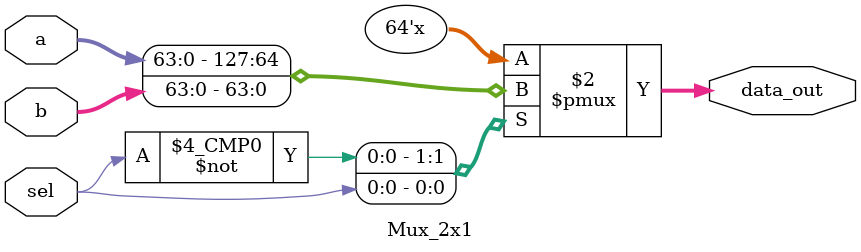
<source format=v>
`timescale 1ns / 1ps

module Mux_2x1(a, b, sel, data_out); //defining func parameters

//Inputs -- 3 inputs: 2 data inputs & 1 selection line
input [63:0] a; // 64 bits
input [63:0] b; //64 bits
input sel; // 1 bit

//outputs -- 1 output: 64 bit
output reg [63:0] data_out;

//always statement
always @(a,b,sel) //parameters which trigger reevaluation- their values change
begin

case(sel)  //2 inputs-  2 possibilities
    0 : data_out <= a; //if sel = 0 then data is a else b
    1:  data_out <= b; 
endcase

end
endmodule
</source>
